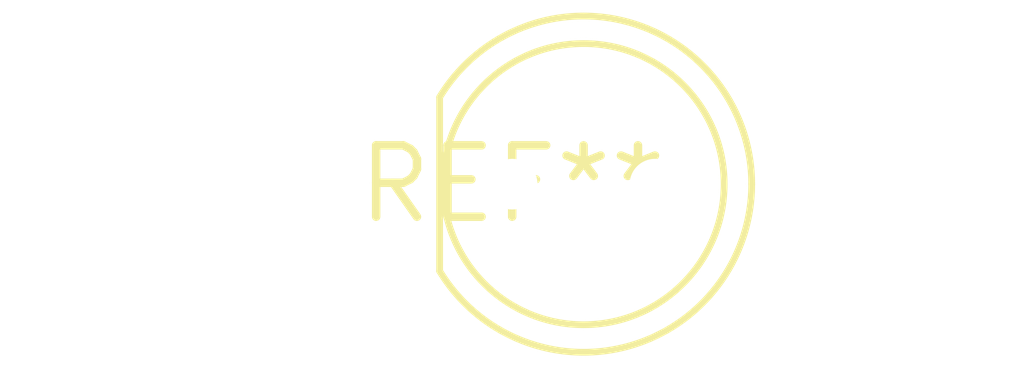
<source format=kicad_pcb>
(kicad_pcb (version 20240108) (generator pcbnew)
  (layers (0 "F.Cu" signal) (31 "B.Cu" signal) (34 "B.Paste" user) (35 "F.Paste" user) (36 "B.SilkS" user "B.Silkscreen") (37 "F.SilkS" user "F.Silkscreen") (38 "B.Mask" user) (39 "F.Mask" user) (44 "Edge.Cuts" user))
  (net 0 "")
  (footprint "LED_D5.0mm_Clear" (layer "F.Cu") (at 0 0)
    (property "Reference" "REF**")
    (property "Value" "LED_D5.0mm_Clear")
    (fp_line (start -1.29 -1.545) (end -1.29 1.545) (layer "F.SilkS") (stroke (width 0.12)))
    (fp_arc (start -1.29 -1.54483) (mid 2.072002 -2.880433) (end 4.26 0.000462) (layer "F.SilkS") (stroke (width 0.12)))
    (fp_arc (start 4.26 -0.000462) (mid 2.072002 2.880433) (end -1.29 1.54483) (layer "F.SilkS") (stroke (width 0.12)))
    (fp_circle (center 1.27 0) (end 3.77 0) (layer "F.SilkS") (stroke (width 0.12)) (fill none))
    (pad "1" thru_hole rect (at 0 0) (size 1.8 1.8) (drill 0.9) (layers *.Cu *.Mask) (remove_unused_layers))
    (pad "2" thru_hole circle (at 2.54 0) (size 1.8 1.8) (drill 0.9) (layers *.Cu *.Mask) (remove_unused_layers))
  )
)
</source>
